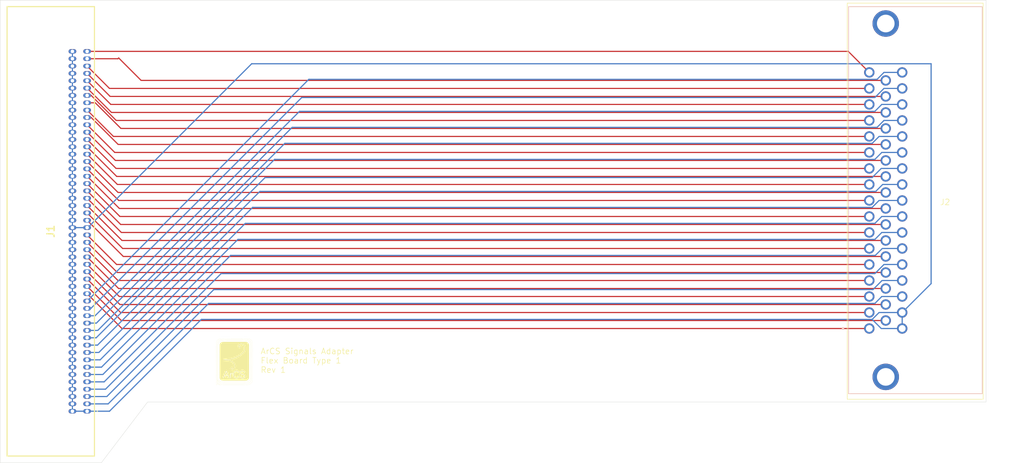
<source format=kicad_pcb>
(kicad_pcb (version 20240108) (generator "pcbnew") (generator_version "8.0")
  (layers (0 "F.Cu" signal) (31 "B.Cu" signal) (34 "B.Paste" user) (35 "F.Paste" user) (36 "B.SilkS" user "B.Silkscreen") (37 "F.SilkS" user "F.Silkscreen") (38 "B.Mask" user) (39 "F.Mask" user) (44 "Edge.Cuts" user))
  (net 0 "")
  (net 1 "A15")
  (net 2 "GND")
  (net 3 "C5")
  (net 4 "B4")
  (net 5 "C7")
  (net 6 "C4")
  (net 7 "C14")
  (net 8 "B11")
  (net 9 "A0")
  (net 10 "B0")
  (net 11 "C11")
  (net 12 "B2")
  (net 13 "B1")
  (net 14 "A12")
  (net 15 "A13")
  (net 16 "B15")
  (net 17 "B12")
  (net 18 "C12")
  (net 19 "B14")
  (net 20 "C8")
  (net 21 "C1")
  (net 22 "A9")
  (net 23 "B6")
  (net 24 "A14")
  (net 25 "A2")
  (net 26 "B3")
  (net 27 "B5")
  (net 28 "C15")
  (net 29 "C13")
  (net 30 "A7")
  (net 31 "B8")
  (net 32 "B7")
  (net 33 "B9")
  (net 34 "A3")
  (net 35 "A6")
  (net 36 "A4")
  (net 37 "C0")
  (net 38 "A5")
  (net 39 "A8")
  (net 40 "C10")
  (net 41 "C3")
  (net 42 "C2")
  (net 43 "A10")
  (net 44 "C6")
  (net 45 "B13")
  (net 46 "B10")
  (net 47 "C9")
  (net 48 "A11")
  (net 49 "A1")
  (footprint "Graphics:arcs_logo_8mm" (layer "F.Cu") (at 92.5 122.5)
    (property "Reference" "G***" (hide yes))
    (property "Value" "LOGO" (hide yes))
  )
  (footprint "KiCad2:81100560203RB" (layer "F.Cu") (at 67.04 131.07 90)
    (property "Reference" "J1" (at 31.11 -6.285 -90) (layer "F.SilkS") (effects (font (size 1.27 1.27) (thickness 0.254))))
    (property "Value" "81100-560203-RB" (hide yes))
    (pad "" np_thru_hole circle (at -0.64 -6.6 90) (size 2.77 2.77) (drill 2.77) (layers "*.Cu" "*.Mask"))
    (pad "" np_thru_hole circle (at 62.86 -6.6 90) (size 2.77 2.77) (drill 2.77) (layers "*.Cu" "*.Mask"))
    (pad "1" thru_hole oval (at 0 0 90) (size 0.765 1.33) (drill 0.61) (layers "*.Cu" "*.Mask") (net 2 "GND"))
    (pad "2" thru_hole oval (at 0 -2.54 90) (size 0.765 1.33) (drill 0.61) (layers "*.Cu" "*.Mask") (net 2 "GND"))
    (pad "3" thru_hole oval (at 1.27 0 90) (size 0.765 1.33) (drill 0.61) (layers "*.Cu" "*.Mask") (net 28 "C15"))
    (pad "4" thru_hole oval (at 1.27 -2.54 90) (size 0.765 1.33) (drill 0.61) (layers "*.Cu" "*.Mask") (net 2 "GND"))
    (pad "5" thru_hole oval (at 2.54 0 90) (size 0.765 1.33) (drill 0.61) (layers "*.Cu" "*.Mask") (net 7 "C14"))
    (pad "6" thru_hole oval (at 2.54 -2.54 90) (size 0.765 1.33) (drill 0.61) (layers "*.Cu" "*.Mask") (net 2 "GND"))
    (pad "7" thru_hole oval (at 3.81 0 90) (size 0.765 1.33) (drill 0.61) (layers "*.Cu" "*.Mask") (net 29 "C13"))
    (pad "8" thru_hole oval (at 3.81 -2.54 90) (size 0.765 1.33) (drill 0.61) (layers "*.Cu" "*.Mask") (net 2 "GND"))
    (pad "9" thru_hole oval (at 5.08 0 90) (size 0.765 1.33) (drill 0.61) (layers "*.Cu" "*.Mask") (net 18 "C12"))
    (pad "10" thru_hole oval (at 5.08 -2.54 90) (size 0.765 1.33) (drill 0.61) (layers "*.Cu" "*.Mask") (net 2 "GND"))
    (pad "11" thru_hole oval (at 6.35 0 90) (size 0.765 1.33) (drill 0.61) (layers "*.Cu" "*.Mask") (net 11 "C11"))
    (pad "12" thru_hole oval (at 6.35 -2.54 90) (size 0.765 1.33) (drill 0.61) (layers "*.Cu" "*.Mask") (net 2 "GND"))
    (pad "13" thru_hole oval (at 7.62 0 90) (size 0.765 1.33) (drill 0.61) (layers "*.Cu" "*.Mask") (net 40 "C10"))
    (pad "14" thru_hole oval (at 7.62 -2.54 90) (size 0.765 1.33) (drill 0.61) (layers "*.Cu" "*.Mask") (net 2 "GND"))
    (pad "15" thru_hole oval (at 8.89 0 90) (size 0.765 1.33) (drill 0.61) (layers "*.Cu" "*.Mask") (net 47 "C9"))
    (pad "16" thru_hole oval (at 8.89 -2.54 90) (size 0.765 1.33) (drill 0.61) (layers "*.Cu" "*.Mask") (net 2 "GND"))
    (pad "17" thru_hole oval (at 10.16 0 90) (size 0.765 1.33) (drill 0.61) (layers "*.Cu" "*.Mask") (net 20 "C8"))
    (pad "18" thru_hole oval (at 10.16 -2.54 90) (size 0.765 1.33) (drill 0.61) (layers "*.Cu" "*.Mask") (net 2 "GND"))
    (pad "19" thru_hole oval (at 11.43 0 90) (size 0.765 1.33) (drill 0.61) (layers "*.Cu" "*.Mask") (net 5 "C7"))
    (pad "20" thru_hole oval (at 11.43 -2.54 90) (size 0.765 1.33) (drill 0.61) (layers "*.Cu" "*.Mask") (net 2 "GND"))
    (pad "21" thru_hole oval (at 12.7 0 90) (size 0.765 1.33) (drill 0.61) (layers "*.Cu" "*.Mask") (net 44 "C6"))
    (pad "22" thru_hole oval (at 12.7 -2.54 90) (size 0.765 1.33) (drill 0.61) (layers "*.Cu" "*.Mask") (net 2 "GND"))
    (pad "23" thru_hole oval (at 13.97 0 90) (size 0.765 1.33) (drill 0.61) (layers "*.Cu" "*.Mask") (net 3 "C5"))
    (pad "24" thru_hole oval (at 13.97 -2.54 90) (size 0.765 1.33) (drill 0.61) (layers "*.Cu" "*.Mask") (net 2 "GND"))
    (pad "25" thru_hole oval (at 15.24 0 90) (size 0.765 1.33) (drill 0.61) (layers "*.Cu" "*.Mask") (net 6 "C4"))
    (pad "26" thru_hole oval (at 15.24 -2.54 90) (size 0.765 1.33) (drill 0.61) (layers "*.Cu" "*.Mask") (net 2 "GND"))
    (pad "27" thru_hole oval (at 16.51 0 90) (size 0.765 1.33) (drill 0.61) (layers "*.Cu" "*.Mask") (net 41 "C3"))
    (pad "28" thru_hole oval (at 16.51 -2.54 90) (size 0.765 1.33) (drill 0.61) (layers "*.Cu" "*.Mask") (net 2 "GND"))
    (pad "29" thru_hole oval (at 17.78 0 90) (size 0.765 1.33) (drill 0.61) (layers "*.Cu" "*.Mask") (net 42 "C2"))
    (pad "30" thru_hole oval (at 17.78 -2.54 90) (size 0.765 1.33) (drill 0.61) (layers "*.Cu" "*.Mask") (net 2 "GND"))
    (pad "31" thru_hole oval (at 19.05 0 90) (size 0.765 1.33) (drill 0.61) (layers "*.Cu" "*.Mask") (net 21 "C1"))
    (pad "32" thru_hole oval (at 19.05 -2.54 90) (size 0.765 1.33) (drill 0.61) (layers "*.Cu" "*.Mask") (net 2 "GND"))
    (pad "33" thru_hole oval (at 20.32 0 90) (size 0.765 1.33) (drill 0.61) (layers "*.Cu" "*.Mask") (net 37 "C0"))
    (pad "34" thru_hole oval (at 20.32 -2.54 90) (size 0.765 1.33) (drill 0.61) (layers "*.Cu" "*.Mask") (net 2 "GND"))
    (pad "35" thru_hole oval (at 21.59 0 90) (size 0.765 1.33) (drill 0.61) (layers "*.Cu" "*.Mask") (net 16 "B15"))
    (pad "36" thru_hole oval (at 21.59 -2.54 90) (size 0.765 1.33) (drill 0.61) (layers "*.Cu" "*.Mask") (net 2 "GND"))
    (pad "37" thru_hole oval (at 22.86 0 90) (size 0.765 1.33) (drill 0.61) (layers "*.Cu" "*.Mask") (net 19 "B14"))
    (pad "38" thru_hole oval (at 22.86 -2.54 90) (size 0.765 1.33) (drill 0.61) (layers "*.Cu" "*.Mask") (net 2 "GND"))
    (pad "39" thru_hole oval (at 24.13 0 90) (size 0.765 1.33) (drill 0.61) (layers "*.Cu" "*.Mask") (net 45 "B13"))
    (pad "40" thru_hole oval (at 24.13 -2.54 90) (size 0.765 1.33) (drill 0.61) (layers "*.Cu" "*.Mask") (net 2 "GND"))
    (pad "41" thru_hole oval (at 25.4 0 90) (size 0.765 1.33) (drill 0.61) (layers "*.Cu" "*.Mask") (net 17 "B12"))
    (pad "42" thru_hole oval (at 25.4 -2.54 90) (size 0.765 1.33) (drill 0.61) (layers "*.Cu" "*.Mask") (net 2 "GND"))
    (pad "43" thru_hole oval (at 26.67 0 90) (size 0.765 1.33) (drill 0.61) (layers "*.Cu" "*.Mask") (net 8 "B11"))
    (pad "44" thru_hole oval (at 26.67 -2.54 90) (size 0.765 1.33) (drill 0.61) (layers "*.Cu" "*.Mask") (net 2 "GND"))
    (pad "45" thru_hole oval (at 27.94 0 90) (size 0.765 1.33) (drill 0.61) (layers "*.Cu" "*.Mask") (net 46 "B10"))
    (pad "46" thru_hole oval (at 27.94 -2.54 90) (size 0.765 1.33) (drill 0.61) (layers "*.Cu" "*.Mask") (net 2 "GND"))
    (pad "47" thru_hole oval (at 29.21 0 90) (size 0.765 1.33) (drill 0.61) (layers "*.Cu" "*.Mask") (net 33 "B9"))
    (pad "48" thru_hole oval (at 29.21 -2.54 90) (size 0.765 1.33) (drill 0.61) (layers "*.Cu" "*.Mask") (net 2 "GND"))
    (pad "49" thru_hole oval (at 30.48 0 90) (size 0.765 1.33) (drill 0.61) (layers "*.Cu" "*.Mask") (net 31 "B8"))
    (pad "50" thru_hole oval (at 30.48 -2.54 90) (size 0.765 1.33) (drill 0.61) (layers "*.Cu" "*.Mask") (net 2 "GND"))
    (pad "51" thru_hole oval (at 31.75 0 90) (size 0.765 1.33) (drill 0.61) (layers "*.Cu" "*.Mask") (net 2 "GND"))
    (pad "52" thru_hole oval (at 31.75 -2.54 90) (size 0.765 1.33) (drill 0.61) (layers "*.Cu" "*.Mask") (net 2 "GND"))
    (pad "53" thru_hole oval (at 33.02 0 90) (size 0.765 1.33) (drill 0.61) (layers "*.Cu" "*.Mask") (net 32 "B7"))
    (pad "54" thru_hole oval (at 33.02 -2.54 90) (size 0.765 1.33) (drill 0.61) (layers "*.Cu" "*.Mask") (net 2 "GND"))
    (pad "55" thru_hole oval (at 34.29 0 90) (size 0.765 1.33) (drill 0.61) (layers "*.Cu" "*.Mask") (net 23 "B6"))
    (pad "56" thru_hole oval (at 34.29 -2.54 90) (size 0.765 1.33) (drill 0.61) (layers "*.Cu" "*.Mask") (net 2 "GND"))
    (pad "57" thru_hole oval (at 35.56 0 90) (size 0.765 1.33) (drill 0.61) (layers "*.Cu" "*.Mask") (net 27 "B5"))
    (pad "58" thru_hole oval (at 35.56 -2.54 90) (size 0.765 1.33) (drill 0.61) (layers "*.Cu" "*.Mask") (net 2 "GND"))
    (pad "59" thru_hole oval (at 36.83 0 90) (size 0.765 1.33) (drill 0.61) (layers "*.Cu" "*.Mask") (net 4 "B4"))
    (pad "60" thru_hole oval (at 36.83 -2.54 90) (size 0.765 1.33) (drill 0.61) (layers "*.Cu" "*.Mask") (net 2 "GND"))
    (pad "61" thru_hole oval (at 38.1 0 90) (size 0.765 1.33) (drill 0.61) (layers "*.Cu" "*.Mask") (net 26 "B3"))
    (pad "62" thru_hole oval (at 38.1 -2.54 90) (size 0.765 1.33) (drill 0.61) (layers "*.Cu" "*.Mask") (net 2 "GND"))
    (pad "63" thru_hole oval (at 39.37 0 90) (size 0.765 1.33) (drill 0.61) (layers "*.Cu" "*.Mask") (net 12 "B2"))
    (pad "64" thru_hole oval (at 39.37 -2.54 90) (size 0.765 1.33) (drill 0.61) (layers "*.Cu" "*.Mask") (net 2 "GND"))
    (pad "65" thru_hole oval (at 40.64 0 90) (size 0.765 1.33) (drill 0.61) (layers "*.Cu" "*.Mask") (net 13 "B1"))
    (pad "66" thru_hole oval (at 40.64 -2.54 90) (size 0.765 1.33) (drill 0.61) (layers "*.Cu" "*.Mask") (net 2 "GND"))
    (pad "67" thru_hole oval (at 41.91 0 90) (size 0.765 1.33) (drill 0.61) (layers "*.Cu" "*.Mask") (net 10 "B0"))
    (pad "68" thru_hole oval (at 41.91 -2.54 90) (size 0.765 1.33) (drill 0.61) (layers "*.Cu" "*.Mask") (net 2 "GND"))
    (pad "69" thru_hole oval (at 43.18 0 90) (size 0.765 1.33) (drill 0.61) (layers "*.Cu" "*.Mask") (net 1 "A15"))
    (pad "70" thru_hole oval (at 43.18 -2.54 90) (size 0.765 1.33) (drill 0.61) (layers "*.Cu" "*.Mask") (net 2 "GND"))
    (pad "71" thru_hole oval (at 44.45 0 90) (size 0.765 1.33) (drill 0.61) (layers "*.Cu" "*.Mask") (net 24 "A14"))
    (pad "72" thru_hole oval (at 44.45 -2.54 90) (size 0.765 1.33) (drill 0.61) (layers "*.Cu" "*.Mask") (net 2 "GND"))
    (pad "73" thru_hole oval (at 45.72 0 90) (size 0.765 1.33) (drill 0.61) (layers "*.Cu" "*.Mask") (net 15 "A13"))
    (pad "74" thru_hole oval (at 45.72 -2.54 90) (size 0.765 1.33) (drill 0.61) (layers "*.Cu" "*.Mask") (net 2 "GND"))
    (pad "75" thru_hole oval (at 46.99 0 90) (size 0.765 1.33) (drill 0.61) (layers "*.Cu" "*.Mask") (net 14 "A12"))
    (pad "76" thru_hole oval (at 46.99 -2.54 90) (size 0.765 1.33) (drill 0.61) (layers "*.Cu" "*.Mask") (net 2 "GND"))
    (pad "77" thru_hole oval (at 48.26 0 90) (size 0.765 1.33) (drill 0.61) (layers "*.Cu" "*.Mask") (net 48 "A11"))
    (pad "78" thru_hole oval (at 48.26 -2.54 90) (size 0.765 1.33) (drill 0.61) (layers "*.Cu" "*.Mask") (net 2 "GND"))
    (pad "79" thru_hole oval (at 49.53 0 90) (size 0.765 1.33) (drill 0.61) (layers "*.Cu" "*.Mask") (net 43 "A10"))
    (pad "80" thru_hole oval (at 49.53 -2.54 90) (size 0.765 1.33) (drill 0.61) (layers "*.Cu" "*.Mask") (net 2 "GND"))
    (pad "81" thru_hole oval (at 50.8 0 90) (size 0.765 1.33) (drill 0.61) (layers "*.Cu" "*.Mask") (net 22 "A9"))
    (pad "82" thru_hole oval (at 50.8 -2.54 90) (size 0.765 1.33) (drill 0.61) (layers "*.Cu" "*.Mask") (net 2 "GND"))
    (pad "83" thru_hole oval (at 52.07 0 90) (size 0.765 1.33) (drill 0.61) (layers "*.Cu" "*.Mask") (net 39 "A8"))
    (pad "84" thru_hole oval (at 52.07 -2.54 90) (size 0.765 1.33) (drill 0.61) (layers "*.Cu" "*.Mask") (net 2 "GND"))
    (pad "85" thru_hole oval (at 53.34 0 90) (size 0.765 1.33) (drill 0.61) (layers "*.Cu" "*.Mask") (net 30 "A7"))
    (pad "86" thru_hole oval (at 53.34 -2.54 90) (size 0.765 1.33) (drill 0.61) (layers "*.Cu" "*.Mask") (net 2 "GND"))
    (pad "87" thru_hole oval (at 54.61 0 90) (size 0.765 1.33) (drill 0.61) (layers "*.Cu" "*.Mask") (net 35 "A6"))
    (pad "88" thru_hole oval (at 54.61 -2.54 90) (size 0.765 1.33) (drill 0.61) (layers "*.Cu" "*.Mask") (net 2 "GND"))
    (pad "89" thru_hole oval (at 55.88 0 90) (size 0.765 1.33) (drill 0.61) (layers "*.Cu" "*.Mask") (net 38 "A5"))
    (pad "90" thru_hole oval (at 55.88 -2.54 90) (size 0.765 1.33) (drill 0.61) (layers "*.Cu" "*.Mask") (net 2 "GND"))
    (pad "91" thru_hole oval (at 57.15 0 90) (size 0.765 1.33) (drill 0.61) (layers "*.Cu" "*.Mask") (net 36 "A4"))
    (pad "92" thru_hole oval (at 57.15 -2.54 90) (size 0.765 1.33) (drill 0.61) (layers "*.Cu" "*.Mask") (net 2 "GND"))
    (pad "93" thru_hole oval (at 58.42 0 90) (size 0.765 1.33) (drill 0.61) (layers "*.Cu" "*.Mask") (net 34 "A3"))
    (pad "94" thru_hole oval (at 58.42 -2.54 90) (size 0.765 1.33) (drill 0.61) (layers "*.Cu" "*.Mask") (net 2 "GND"))
    (pad "95" thru_hole oval (at 59.69 0 90) (size 0.765 1.33) (drill 0.61) (layers "*.Cu" "*.Mask") (net 25 "A2"))
    (pad "96" thru_hole oval (at 59.69 -2.54 90) (size 0.765 1.33) (drill 0.61) (layers "*.Cu" "*.Mask") (net 2 "GND"))
    (pad "97" thru_hole oval (at 60.96 0 90) (size 0.765 1.33) (drill 0.61) (layers "*.Cu" "*.Mask") (net 49 "A1"))
    (pad "98" thru_hole oval (at 60.96 -2.54 90) (size 0.765 1.33) (drill 0.61) (layers "*.Cu" "*.Mask") (net 2 "GND"))
    (pad "99" thru_hole oval (at 62.23 0 90) (size 0.765 1.33) (drill 0.61) (layers "*.Cu" "*.Mask") (net 9 "A0"))
    (pad "100" thru_hole oval (at 62.23 -2.54 90) (size 0.765 1.33) (drill 0.61) (layers "*.Cu" "*.Mask") (net 2 "GND"))
  )
  (footprint "KiCad3:57471931" (layer "B.Cu") (at 202.31 116.768 -90)
    (property "Reference" "J2" (hide yes))
    (property "Value" "5747193-1" (hide yes))
    (pad "1" thru_hole circle (at 0 0 270) (size 1.791 1.791) (drill 1.194) (layers "*.Cu" "*.Mask") (net 37 "C0"))
    (pad "2" thru_hole circle (at -2.768 0 270) (size 1.791 1.791) (drill 1.194) (layers "*.Cu" "*.Mask") (net 19 "B14"))
    (pad "3" thru_hole circle (at -5.536 0 270) (size 1.791 1.791) (drill 1.194) (layers "*.Cu" "*.Mask") (net 17 "B12"))
    (pad "4" thru_hole circle (at -8.304 0 270) (size 1.791 1.791) (drill 1.194) (layers "*.Cu" "*.Mask") (net 46 "B10"))
    (pad "5" thru_hole circle (at -11.072 0 270) (size 1.791 1.791) (drill 1.194) (layers "*.Cu" "*.Mask") (net 31 "B8"))
    (pad "6" thru_hole circle (at -13.84 0 270) (size 1.791 1.791) (drill 1.194) (layers "*.Cu" "*.Mask") (net 23 "B6"))
    (pad "7" thru_hole circle (at -16.608 0 270) (size 1.791 1.791) (drill 1.194) (layers "*.Cu" "*.Mask") (net 4 "B4"))
    (pad "8" thru_hole circle (at -19.376 0 270) (size 1.791 1.791) (drill 1.194) (layers "*.Cu" "*.Mask") (net 12 "B2"))
    (pad "9" thru_hole circle (at -22.144 0 270) (size 1.791 1.791) (drill 1.194) (layers "*.Cu" "*.Mask") (net 10 "B0"))
    (pad "10" thru_hole circle (at -24.912 0 270) (size 1.791 1.791) (drill 1.194) (layers "*.Cu" "*.Mask") (net 24 "A14"))
    (pad "11" thru_hole circle (at -27.68 0 270) (size 1.791 1.791) (drill 1.194) (layers "*.Cu" "*.Mask") (net 14 "A12"))
    (pad "12" thru_hole circle (at -30.448 0 270) (size 1.791 1.791) (drill 1.194) (layers "*.Cu" "*.Mask") (net 43 "A10"))
    (pad "13" thru_hole circle (at -33.216 0 270) (size 1.791 1.791) (drill 1.194) (layers "*.Cu" "*.Mask") (net 39 "A8"))
    (pad "14" thru_hole circle (at -35.984 0 270) (size 1.791 1.791) (drill 1.194) (layers "*.Cu" "*.Mask") (net 35 "A6"))
    (pad "15" thru_hole circle (at -38.752 0 270) (size 1.791 1.791) (drill 1.194) (layers "*.Cu" "*.Mask") (net 36 "A4"))
    (pad "16" thru_hole circle (at -41.52 0 270) (size 1.791 1.791) (drill 1.194) (layers "*.Cu" "*.Mask") (net 25 "A2"))
    (pad "17" thru_hole circle (at -44.288 0 270) (size 1.791 1.791) (drill 1.194) (layers "*.Cu" "*.Mask") (net 9 "A0"))
    (pad "18" thru_hole circle (at -1.384 -2.845 270) (size 1.791 1.791) (drill 1.194) (layers "*.Cu" "*.Mask") (net 16 "B15"))
    (pad "19" thru_hole circle (at -4.152 -2.845 270) (size 1.791 1.791) (drill 1.194) (layers "*.Cu" "*.Mask") (net 45 "B13"))
    (pad "20" thru_hole circle (at -6.92 -2.845 270) (size 1.791 1.791) (drill 1.194) (layers "*.Cu" "*.Mask") (net 8 "B11"))
    (pad "21" thru_hole circle (at -9.688 -2.845 270) (size 1.791 1.791) (drill 1.194) (layers "*.Cu" "*.Mask") (net 33 "B9"))
    (pad "22" thru_hole circle (at -12.456 -2.845 270) (size 1.791 1.791) (drill 1.194) (layers "*.Cu" "*.Mask") (net 32 "B7"))
    (pad "23" thru_hole circle (at -15.224 -2.845 270) (size 1.791 1.791) (drill 1.194) (layers "*.Cu" "*.Mask") (net 27 "B5"))
    (pad "24" thru_hole circle (at -17.992 -2.845 270) (size 1.791 1.791) (drill 1.194) (layers "*.Cu" "*.Mask") (net 26 "B3"))
    (pad "25" thru_hole circle (at -20.76 -2.845 270) (size 1.791 1.791) (drill 1.194) (layers "*.Cu" "*.Mask") (net 13 "B1"))
    (pad "26" thru_hole circle (at -23.528 -2.845 270) (size 1.791 1.791) (drill 1.194) (layers "*.Cu" "*.Mask") (net 1 "A15"))
    (pad "27" thru_hole circle (at -26.296 -2.845 270) (size 1.791 1.791) (drill 1.194) (layers "*.Cu" "*.Mask") (net 15 "A13"))
    (pad "28" thru_hole circle (at -29.064 -2.845 270) (size 1.791 1.791) (drill 1.194) (layers "*.Cu" "*.Mask") (net 48 "A11"))
    (pad "29" thru_hole circle (at -31.832 -2.845 270) (size 1.791 1.791) (drill 1.194) (layers "*.Cu" "*.Mask") (net 22 "A9"))
    (pad "30" thru_hole circle (at -34.6 -2.845 270) (size 1.791 1.791) (drill 1.194) (layers "*.Cu" "*.Mask") (net 30 "A7"))
    (pad "31" thru_hole circle (at -37.368 -2.845 270) (size 1.791 1.791) (drill 1.194) (layers "*.Cu" "*.Mask") (net 38 "A5"))
    (pad "32" thru_hole circle (at -40.136 -2.845 270) (size 1.791 1.791) (drill 1.194) (layers "*.Cu" "*.Mask") (net 34 "A3"))
    (pad "33" thru_hole circle (at -42.904 -2.845 270) (size 1.791 1.791) (drill 1.194) (layers "*.Cu" "*.Mask") (net 49 "A1"))
    (pad "34" thru_hole circle (at 0 -5.69 270) (size 1.791 1.791) (drill 1.194) (layers "*.Cu" "*.Mask") (net 2 "GND"))
    (pad "35" thru_hole circle (at -2.768 -5.69 270) (size 1.791 1.791) (drill 1.194) (layers "*.Cu" "*.Mask") (net 2 "GND"))
    (pad "36" thru_hole circle (at -5.536 -5.69 270) (size 1.791 1.791) (drill 1.194) (layers "*.Cu" "*.Mask") (net 28 "C15"))
    (pad "37" thru_hole circle (at -8.304 -5.69 270) (size 1.791 1.791) (drill 1.194) (layers "*.Cu" "*.Mask") (net 7 "C14"))
    (pad "38" thru_hole circle (at -11.072 -5.69 270) (size 1.791 1.791) (drill 1.194) (layers "*.Cu" "*.Mask") (net 29 "C13"))
    (pad "39" thru_hole circle (at -13.84 -5.69 270) (size 1.791 1.791) (drill 1.194) (layers "*.Cu" "*.Mask") (net 18 "C12"))
    (pad "40" thru_hole circle (at -16.608 -5.69 270) (size 1.791 1.791) (drill 1.194) (layers "*.Cu" "*.Mask") (net 11 "C11"))
    (pad "41" thru_hole circle (at -19.376 -5.69 270) (size 1.791 1.791) (drill 1.194) (layers "*.Cu" "*.Mask") (net 40 "C10"))
    (pad "42" thru_hole circle (at -22.144 -5.69 270) (size 1.791 1.791) (drill 1.194) (layers "*.Cu" "*.Mask") (net 47 "C9"))
    (pad "43" thru_hole circle (at -24.912 -5.69 270) (size 1.791 1.791) (drill 1.194) (layers "*.Cu" "*.Mask") (net 20 "C8"))
    (pad "44" thru_hole circle (at -27.68 -5.69 270) (size 1.791 1.791) (drill 1.194) (layers "*.Cu" "*.Mask") (net 5 "C7"))
    (pad "45" thru_hole circle (at -30.448 -5.69 270) (size 1.791 1.791) (drill 1.194) (layers "*.Cu" "*.Mask") (net 44 "C6"))
    (pad "46" thru_hole circle (at -33.216 -5.69 270) (size 1.791 1.791) (drill 1.194) (layers "*.Cu" "*.Mask") (net 3 "C5"))
    (pad "47" thru_hole circle (at -35.984 -5.69 270) (size 1.791 1.791) (drill 1.194) (layers "*.Cu" "*.Mask") (net 6 "C4"))
    (pad "48" thru_hole circle (at -38.752 -5.69 270) (size 1.791 1.791) (drill 1.194) (layers "*.Cu" "*.Mask") (net 41 "C3"))
    (pad "49" thru_hole circle (at -41.52 -5.69 270) (size 1.791 1.791) (drill 1.194) (layers "*.Cu" "*.Mask") (net 42 "C2"))
    (pad "50" thru_hole circle (at -44.288 -5.69 270) (size 1.791 1.791) (drill 1.194) (layers "*.Cu" "*.Mask") (net 21 "C1"))
    (pad "MH1" thru_hole circle (at 8.366 -2.845 270) (size 4.572 4.572) (drill 3.048) (layers "*.Cu" "*.Mask"))
    (pad "MH2" thru_hole circle (at -52.746 -2.845 270) (size 4.572 4.572) (drill 3.048) (layers "*.Cu" "*.Mask"))
  )
  (gr_rect (start 198.5 60.5) (end 222 129) (stroke (width 0.1)) (fill none) (layer "F.SilkS"))
  (gr_poly (pts (xy 52 59.98) (xy 222.5 59.98) (xy 222.5 129.48) (xy 77.5 129.48) (xy 69.5 139.98) (xy 52 139.98)) (stroke (width 0.05)) (fill none) (layer "Edge.Cuts"))
  (gr_text "ArCS Signals Adapter\nFlex Board Type 1\nRev 1" (at 97 124.5 0) (layer "F.SilkS") (effects (font (size 1 1) (thickness 0.1)) (justify left bottom)))
  (gr_text "J2" (at 214.5 95.5 0) (layer "F.SilkS") (effects (font (size 1 1) (thickness 0.1)) (justify left bottom)))
  (segment (start 72.39 93.24) (end 205.155 93.24) (width 0.2) (layer "F.Cu") (net 1))
  (segment (start 67.04 87.89) (end 72.39 93.24) (width 0.2) (layer "F.Cu") (net 1))
  (segment (start 204.000693 114) (end 208 114) (width 0.2) (layer "B.Cu") (net 2))
  (segment (start 95.5 70.98) (end 213 70.98) (width 0.2) (layer "B.Cu") (net 2))
  (segment (start 208 114) (end 208 116.768) (width 0.2) (layer "B.Cu") (net 2))
  (segment (start 86.7845 115.1955) (end 202.805193 115.1955) (width 0.2) (layer "B.Cu") (net 2))
  (segment (start 67.04 131.07) (end 70.91 131.07) (width 0.2) (layer "B.Cu") (net 2))
  (segment (start 202.805193 115.1955) (end 204.377693 116.768) (width 0.2) (layer "B.Cu") (net 2))
  (segment (start 70.91 131.07) (end 86.7845 115.1955) (width 0.2) (layer "B.Cu") (net 2))
  (segment (start 213 70.98) (end 213 109) (width 0.2) (layer "B.Cu") (net 2))
  (segment (start 202.805193 115.1955) (end 204.000693 114) (width 0.2) (layer "B.Cu") (net 2))
  (segment (start 64.5 68.84) (end 64.5 131.07) (width 0.2) (layer "B.Cu") (net 2))
  (segment (start 204.377693 116.768) (end 208 116.768) (width 0.2) (layer "B.Cu") (net 2))
  (segment (start 213 109) (end 208 114) (width 0.2) (layer "B.Cu") (net 2))
  (segment (start 64.5 131.07) (end 67.04 131.07) (width 0.2) (layer "B.Cu") (net 2))
  (segment (start 67.16 99.32) (end 95.5 70.98) (width 0.2) (layer "B.Cu") (net 2))
  (segment (start 64.5 99.32) (end 67.04 99.32) (width 0.2) (layer "B.Cu") (net 2))
  (segment (start 202.805193 84.7475) (end 204.000693 83.552) (width 0.2) (layer "B.Cu") (net 3))
  (segment (start 204.000693 83.552) (end 208 83.552) (width 0.2) (layer "B.Cu") (net 3))
  (segment (start 68.88 117.1) (end 101.2325 84.7475) (width 0.2) (layer "B.Cu") (net 3))
  (segment (start 101.2325 84.7475) (end 202.805193 84.7475) (width 0.2) (layer "B.Cu") (net 3))
  (segment (start 67.04 117.1) (end 68.88 117.1) (width 0.2) (layer "B.Cu") (net 3))
  (segment (start 72.96 100.16) (end 202.31 100.16) (width 0.2) (layer "F.Cu") (net 4))
  (segment (start 67.04 94.24) (end 72.96 100.16) (width 0.2) (layer "F.Cu") (net 4))
  (segment (start 67.04 119.64) (end 68.84 119.64) (width 0.2) (layer "B.Cu") (net 5))
  (segment (start 68.84 119.64) (end 97.8195 90.6605) (width 0.2) (layer "B.Cu") (net 5))
  (segment (start 97.8195 90.6605) (end 202.805193 90.6605) (width 0.2) (layer "B.Cu") (net 5))
  (segment (start 202.805193 90.6605) (end 204.377693 89.088) (width 0.2) (layer "B.Cu") (net 5))
  (segment (start 204.377693 89.088) (end 208 89.088) (width 0.2) (layer "B.Cu") (net 5))
  (segment (start 102.5005 81.9795) (end 203.652807 81.9795) (width 0.2) (layer "B.Cu") (net 6))
  (segment (start 67.04 115.83) (end 68.65 115.83) (width 0.2) (layer "B.Cu") (net 6))
  (segment (start 204.848307 80.784) (end 208 80.784) (width 0.2) (layer "B.Cu") (net 6))
  (segment (start 68.65 115.83) (end 102.5005 81.9795) (width 0.2) (layer "B.Cu") (net 6))
  (segment (start 203.652807 81.9795) (end 204.848307 80.784) (width 0.2) (layer "B.Cu") (net 6))
  (segment (start 70.45 128.53) (end 88.9435 110.0365) (width 0.2) (layer "B.Cu") (net 7))
  (segment (start 204.516 108.464) (end 208 108.464) (width 0.2) (layer "B.Cu") (net 7))
  (segment (start 202.9435 110.0365) (end 204.516 108.464) (width 0.2) (layer "B.Cu") (net 7))
  (segment (start 67.04 128.53) (end 70.45 128.53) (width 0.2) (layer "B.Cu") (net 7))
  (segment (start 88.9435 110.0365) (end 202.9435 110.0365) (width 0.2) (layer "B.Cu") (net 7))
  (segment (start 67.04 104.4) (end 72.488 109.848) (width 0.2) (layer "F.Cu") (net 8))
  (segment (start 72.488 109.848) (end 205.155 109.848) (width 0.2) (layer "F.Cu") (net 8))
  (segment (start 67.04 68.84) (end 198.67 68.84) (width 0.2) (layer "F.Cu") (net 9))
  (segment (start 198.67 68.84) (end 202.31 72.48) (width 0.2) (layer "F.Cu") (net 9))
  (segment (start 67.04 89.16) (end 72.504 94.624) (width 0.2) (layer "F.Cu") (net 10))
  (segment (start 72.504 94.624) (end 202.31 94.624) (width 0.2) (layer "F.Cu") (net 10))
  (segment (start 203.275807 101.3555) (end 204.471307 100.16) (width 0.2) (layer "B.Cu") (net 11))
  (segment (start 69.76 124.72) (end 93.1245 101.3555) (width 0.2) (layer "B.Cu") (net 11))
  (segment (start 67.04 124.72) (end 69.76 124.72) (width 0.2) (layer "B.Cu") (net 11))
  (segment (start 204.471307 100.16) (end 208 100.16) (width 0.2) (layer "B.Cu") (net 11))
  (segment (start 93.1245 101.3555) (end 203.275807 101.3555) (width 0.2) (layer "B.Cu") (net 11))
  (segment (start 67.04 91.7) (end 67.04 91.722299) (width 0.2) (layer "F.Cu") (net 12))
  (segment (start 67.04 91.722299) (end 72.709701 97.392) (width 0.2) (layer "F.Cu") (net 12))
  (segment (start 72.709701 97.392) (end 202.31 97.392) (width 0.2) (layer "F.Cu") (net 12))
  (segment (start 67.04 90.43) (end 72.618 96.008) (width 0.2) (layer "F.Cu") (net 13))
  (segment (start 72.618 96.008) (end 205.155 96.008) (width 0.2) (layer "F.Cu") (net 13))
  (segment (start 67.04 84.08) (end 72.048 89.088) (width 0.2) (layer "F.Cu") (net 14))
  (segment (start 72.048 89.088) (end 202.31 89.088) (width 0.2) (layer "F.Cu") (net 14))
  (segment (start 67.04 85.35) (end 72.162 90.472) (width 0.2) (layer "F.Cu") (net 15))
  (segment (start 72.162 90.472) (end 205.155 90.472) (width 0.2) (layer "F.Cu") (net 15))
  (segment (start 67.04 109.48) (end 72.944 115.384) (width 0.2) (layer "F.Cu") (net 16))
  (segment (start 72.944 115.384) (end 205.155 115.384) (width 0.2) (layer "F.Cu") (net 16))
  (segment (start 67.04 105.67) (end 72.602 111.232) (width 0.2) (layer "F.Cu") (net 17))
  (segment (start 72.602 111.232) (end 202.31 111.232) (width 0.2) (layer "F.Cu") (net 17))
  (segment (start 204.552 102.928) (end 208 102.928) (width 0.2) (layer "B.Cu") (net 18))
  (segment (start 69.99 125.99) (end 91.8565 104.1235) (width 0.2) (layer "B.Cu") (net 18))
  (segment (start 67.04 125.99) (end 69.99 125.99) (width 0.2) (layer "B.Cu") (net 18))
  (segment (start 91.8565 104.1235) (end 203.3565 104.1235) (width 0.2) (layer "B.Cu") (net 18))
  (segment (start 203.3565 104.1235) (end 204.552 102.928) (width 0.2) (layer "B.Cu") (net 18))
  (segment (start 72.83 114) (end 202.31 114) (width 0.2) (layer "F.Cu") (net 19))
  (segment (start 67.04 108.21) (end 72.83 114) (width 0.2) (layer "F.Cu") (net 19))
  (segment (start 96.9285 93.0515) (end 203.4285 93.0515) (width 0.2) (layer "B.Cu") (net 20))
  (segment (start 204.624 91.856) (end 208 91.856) (width 0.2) (layer "B.Cu") (net 20))
  (segment (start 67.04 120.91) (end 69.07 120.91) (width 0.2) (layer "B.Cu") (net 20))
  (segment (start 203.4285 93.0515) (end 204.624 91.856) (width 0.2) (layer "B.Cu") (net 20))
  (segment (start 69.07 120.91) (end 96.9285 93.0515) (width 0.2) (layer "B.Cu") (net 20))
  (segment (start 67.04 112.02) (end 105.3845 73.6755) (width 0.2) (layer "B.Cu") (net 21))
  (segment (start 203.652807 73.6755) (end 204.848307 72.48) (width 0.2) (layer "B.Cu") (net 21))
  (segment (start 105.3845 73.6755) (end 203.652807 73.6755) (width 0.2) (layer "B.Cu") (net 21))
  (segment (start 204.848307 72.48) (end 208 72.48) (width 0.2) (layer "B.Cu") (net 21))
  (segment (start 67.744314 80.27) (end 72.410314 84.936) (width 0.2) (layer "F.Cu") (net 22))
  (segment (start 67.04 80.27) (end 67.744314 80.27) (width 0.2) (layer "F.Cu") (net 22))
  (segment (start 72.410314 84.936) (end 205.155 84.936) (width 0.2) (layer "F.Cu") (net 22))
  (segment (start 67.04 96.78) (end 73.188 102.928) (width 0.2) (layer "F.Cu") (net 23))
  (segment (start 73.188 102.928) (end 202.31 102.928) (width 0.2) (layer "F.Cu") (net 23))
  (segment (start 67.04 86.62) (end 72.276 91.856) (width 0.2) (layer "F.Cu") (net 24))
  (segment (start 72.276 91.856) (end 202.31 91.856) (width 0.2) (layer "F.Cu") (net 24))
  (segment (start 70.908 75.248) (end 202.31 75.248) (width 0.2) (layer "F.Cu") (net 25))
  (segment (start 67.04 71.38) (end 70.908 75.248) (width 0.2) (layer "F.Cu") (net 25))
  (segment (start 72.846 98.776) (end 205.155 98.776) (width 0.2) (layer "F.Cu") (net 26))
  (segment (start 67.04 92.97) (end 72.846 98.776) (width 0.2) (layer "F.Cu") (net 26))
  (segment (start 73.074 101.544) (end 205.155 101.544) (width 0.2) (layer "F.Cu") (net 27))
  (segment (start 67.04 95.51) (end 73.074 101.544) (width 0.2) (layer "F.Cu") (net 27))
  (segment (start 70.68 129.8) (end 88.0525 112.4275) (width 0.2) (layer "B.Cu") (net 28))
  (segment (start 67.04 129.8) (end 70.68 129.8) (width 0.2) (layer "B.Cu") (net 28))
  (segment (start 203.275807 112.4275) (end 204.471307 111.232) (width 0.2) (layer "B.Cu") (net 28))
  (segment (start 204.471307 111.232) (end 208 111.232) (width 0.2) (layer "B.Cu") (net 28))
  (segment (start 88.0525 112.4275) (end 203.275807 112.4275) (width 0.2) (layer "B.Cu") (net 28))
  (segment (start 70.22 127.26) (end 90.2115 107.2685) (width 0.2) (layer "B.Cu") (net 29))
  (segment (start 203.275807 107.2685) (end 204.848307 105.696) (width 0.2) (layer "B.Cu") (net 29))
  (segment (start 204.848307 105.696) (end 208 105.696) (width 0.2) (layer "B.Cu") (net 29))
  (segment (start 67.04 127.26) (end 70.22 127.26) (width 0.2) (layer "B.Cu") (net 29))
  (segment (start 90.2115 107.2685) (end 203.275807 107.2685) (width 0.2) (layer "B.Cu") (net 29))
  (segment (start 68.448628 77.73) (end 72.886628 82.168) (width 0.2) (layer "F.Cu") (net 30))
  (segment (start 72.886628 82.168) (end 205.155 82.168) (width 0.2) (layer "F.Cu") (net 30))
  (segment (start 67.04 77.73) (end 68.448628 77.73) (width 0.2) (layer "F.Cu") (net 30))
  (segment (start 67.04 100.59) (end 72.146 105.696) (width 0.2) (layer "F.Cu") (net 31))
  (segment (start 72.146 105.696) (end 202.31 105.696) (width 0.2) (layer "F.Cu") (net 31))
  (segment (start 67.04 98.05) (end 73.302 104.312) (width 0.2) (layer "F.Cu") (net 32))
  (segment (start 73.302 104.312) (end 205.155 104.312) (width 0.2) (layer "F.Cu") (net 32))
  (segment (start 67.04 101.86) (end 72.26 107.08) (width 0.2) (layer "F.Cu") (net 33))
  (segment (start 72.26 107.08) (end 205.155 107.08) (width 0.2) (layer "F.Cu") (net 33))
  (segment (start 71.022 76.632) (end 205.155 76.632) (width 0.2) (layer "F.Cu") (net 34))
  (segment (start 67.04 72.65) (end 71.022 76.632) (width 0.2) (layer "F.Cu") (net 34))
  (segment (start 67.04 76.46) (end 67.744314 76.46) (width 0.2) (layer "F.Cu") (net 35))
  (segment (start 67.744314 76.46) (end 72.068314 80.784) (width 0.2) (layer "F.Cu") (net 35))
  (segment (start 72.068314 80.784) (end 202.31 80.784) (width 0.2) (layer "F.Cu") (net 35))
  (segment (start 71.136 78.016) (end 202.31 78.016) (width 0.2) (layer "F.Cu") (net 36))
  (segment (start 67.04 73.92) (end 71.136 78.016) (width 0.2) (layer "F.Cu") (net 36))
  (segment (start 73.058 116.768) (end 202.31 116.768) (width 0.2) (layer "F.Cu") (net 37))
  (segment (start 67.04 110.75) (end 73.058 116.768) (width 0.2) (layer "F.Cu") (net 37))
  (segment (start 67.04 75.19) (end 71.25 79.4) (width 0.2) (layer "F.Cu") (net 38))
  (segment (start 71.25 79.4) (end 205.155 79.4) (width 0.2) (layer "F.Cu") (net 38))
  (segment (start 67.04 79) (end 71.592 83.552) (width 0.2) (layer "F.Cu") (net 39))
  (segment (start 71.592 83.552) (end 202.31 83.552) (width 0.2) (layer "F.Cu") (net 39))
  (segment (start 94.3925 98.5875) (end 203.275807 98.5875) (width 0.2) (layer "B.Cu") (net 40))
  (segment (start 204.471307 97.392) (end 208 97.392) (width 0.2) (layer "B.Cu") (net 40))
  (segment (start 67.04 123.45) (end 69.53 123.45) (width 0.2) (layer "B.Cu") (net 40))
  (segment (start 203.275807 98.5875) (end 204.471307 97.392) (width 0.2) (layer "B.Cu") (net 40))
  (segment (start 69.53 123.45) (end 94.3925 98.5875) (width 0.2) (layer "B.Cu") (net 40))
  (segment (start 68.42 114.56) (end 103.7685 79.2115) (width 0.2) (layer "B.Cu") (net 41))
  (segment (start 103.7685 79.2115) (end 203.2685 79.2115) (width 0.2) (layer "B.Cu") (net 41))
  (segment (start 203.2685 79.2115) (end 204.464 78.016) (width 0.2) (layer "B.Cu") (net 41))
  (segment (start 67.04 114.56) (end 68.42 114.56) (width 0.2) (layer "B.Cu") (net 41))
  (segment (start 204.464 78.016) (end 208 78.016) (width 0.2) (layer "B.Cu") (net 41))
  (segment (start 204.848307 75.248) (end 208 75.248) (width 0.2) (layer "B.Cu") (net 42))
  (segment (start 203.275807 76.8205) (end 204.848307 75.248) (width 0.2) (layer "B.Cu") (net 42))
  (segment (start 104.1595 76.8205) (end 203.275807 76.8205) (width 0.2) (layer "B.Cu") (net 42))
  (segment (start 67.04 113.29) (end 67.69 113.29) (width 0.2) (layer "B.Cu") (net 42))
  (segment (start 67.69 113.29) (end 104.1595 76.8205) (width 0.2) (layer "B.Cu") (net 42))
  (segment (start 67.04 81.54) (end 71.82 86.32) (width 0.2) (layer "F.Cu") (net 43))
  (segment (start 71.82 86.32) (end 202.31 86.32) (width 0.2) (layer "F.Cu") (net 43))
  (segment (start 67.04 118.37) (end 68.61 118.37) (width 0.2) (layer "B.Cu") (net 44))
  (segment (start 203.275807 87.5155) (end 204.471307 86.32) (width 0.2) (layer "B.Cu") (net 44))
  (segment (start 204.471307 86.32) (end 208 86.32) (width 0.2) (layer "B.Cu") (net 44))
  (segment (start 99.4645 87.5155) (end 203.275807 87.5155) (width 0.2) (layer "B.Cu") (net 44))
  (segment (start 68.61 118.37) (end 99.4645 87.5155) (width 0.2) (layer "B.Cu") (net 44))
  (segment (start 67.04 106.94) (end 72.716 112.616) (width 0.2) (layer "F.Cu") (net 45))
  (segment (start 72.716 112.616) (end 205.155 112.616) (width 0.2) (layer "F.Cu") (net 45))
  (segment (start 72.374 108.464) (end 202.31 108.464) (width 0.2) (layer "F.Cu") (net 46))
  (segment (start 67.04 103.13) (end 72.374 108.464) (width 0.2) (layer "F.Cu") (net 46))
  (segment (start 95.6605 95.8195) (end 202.805193 95.8195) (width 0.2) (layer "B.Cu") (net 47))
  (segment (start 69.3 122.18) (end 95.6605 95.8195) (width 0.2) (layer "B.Cu") (net 47))
  (segment (start 202.805193 95.8195) (end 204.000693 94.624) (width 0.2) (layer "B.Cu") (net 47))
  (segment (start 67.04 122.18) (end 69.3 122.18) (width 0.2) (layer "B.Cu") (net 47))
  (segment (start 204.000693 94.624) (end 208 94.624) (width 0.2) (layer "B.Cu") (net 47))
  (segment (start 67.04 82.81) (end 71.934 87.704) (width 0.2) (layer "F.Cu") (net 48))
  (segment (start 71.934 87.704) (end 205.155 87.704) (width 0.2) (layer "F.Cu") (net 48))
  (segment (start 76.384 73.864) (end 205.155 73.864) (width 0.2) (layer "F.Cu") (net 49))
  (segment (start 67.04 70.11) (end 72.37 70.11) (width 0.2) (layer "F.Cu") (net 49))
  (segment (start 72.5 69.98) (end 76.384 73.864) (width 0.2) (layer "F.Cu") (net 49))
  (segment (start 72.37 70.11) (end 72.5 69.98) (width 0.2) (layer "F.Cu") (net 49))
)
</source>
